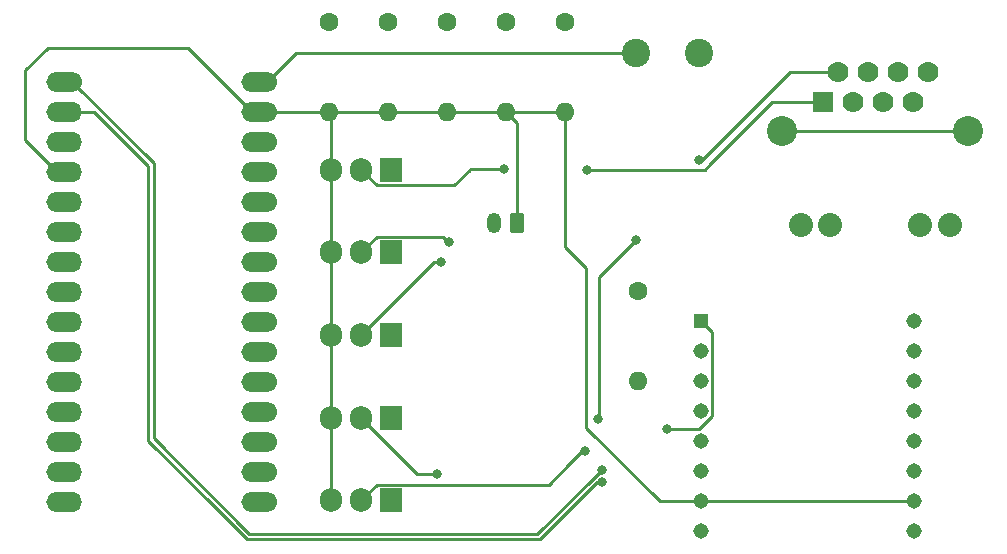
<source format=gbr>
%TF.GenerationSoftware,KiCad,Pcbnew,(6.0.6)*%
%TF.CreationDate,2022-06-23T08:54:45-07:00*%
%TF.ProjectId,KnightPCB,4b6e6967-6874-4504-9342-2e6b69636164,rev?*%
%TF.SameCoordinates,Original*%
%TF.FileFunction,Copper,L1,Top*%
%TF.FilePolarity,Positive*%
%FSLAX46Y46*%
G04 Gerber Fmt 4.6, Leading zero omitted, Abs format (unit mm)*
G04 Created by KiCad (PCBNEW (6.0.6)) date 2022-06-23 08:54:45*
%MOMM*%
%LPD*%
G01*
G04 APERTURE LIST*
G04 Aperture macros list*
%AMRoundRect*
0 Rectangle with rounded corners*
0 $1 Rounding radius*
0 $2 $3 $4 $5 $6 $7 $8 $9 X,Y pos of 4 corners*
0 Add a 4 corners polygon primitive as box body*
4,1,4,$2,$3,$4,$5,$6,$7,$8,$9,$2,$3,0*
0 Add four circle primitives for the rounded corners*
1,1,$1+$1,$2,$3*
1,1,$1+$1,$4,$5*
1,1,$1+$1,$6,$7*
1,1,$1+$1,$8,$9*
0 Add four rect primitives between the rounded corners*
20,1,$1+$1,$2,$3,$4,$5,0*
20,1,$1+$1,$4,$5,$6,$7,0*
20,1,$1+$1,$6,$7,$8,$9,0*
20,1,$1+$1,$8,$9,$2,$3,0*%
G04 Aperture macros list end*
%TA.AperFunction,ComponentPad*%
%ADD10C,1.600000*%
%TD*%
%TA.AperFunction,ComponentPad*%
%ADD11O,1.600000X1.600000*%
%TD*%
%TA.AperFunction,ComponentPad*%
%ADD12R,1.308000X1.308000*%
%TD*%
%TA.AperFunction,ComponentPad*%
%ADD13C,1.308000*%
%TD*%
%TA.AperFunction,ComponentPad*%
%ADD14R,1.905000X2.000000*%
%TD*%
%TA.AperFunction,ComponentPad*%
%ADD15O,1.905000X2.000000*%
%TD*%
%TA.AperFunction,ComponentPad*%
%ADD16R,1.778000X1.778000*%
%TD*%
%TA.AperFunction,ComponentPad*%
%ADD17C,1.778000*%
%TD*%
%TA.AperFunction,ComponentPad*%
%ADD18C,2.032000*%
%TD*%
%TA.AperFunction,ComponentPad*%
%ADD19C,2.540000*%
%TD*%
%TA.AperFunction,ComponentPad*%
%ADD20C,2.400000*%
%TD*%
%TA.AperFunction,ComponentPad*%
%ADD21C,1.700000*%
%TD*%
%TA.AperFunction,SMDPad,CuDef*%
%ADD22O,3.000000X1.700000*%
%TD*%
%TA.AperFunction,ComponentPad*%
%ADD23O,1.700000X1.700000*%
%TD*%
%TA.AperFunction,ComponentPad*%
%ADD24RoundRect,0.250000X0.350000X0.625000X-0.350000X0.625000X-0.350000X-0.625000X0.350000X-0.625000X0*%
%TD*%
%TA.AperFunction,ComponentPad*%
%ADD25O,1.200000X1.750000*%
%TD*%
%TA.AperFunction,ViaPad*%
%ADD26C,0.800000*%
%TD*%
%TA.AperFunction,Conductor*%
%ADD27C,0.250000*%
%TD*%
G04 APERTURE END LIST*
D10*
%TO.P,R10,1*%
%TO.N,Net-(R10-Pad1)*%
X107750000Y-59380000D03*
D11*
%TO.P,R10,2*%
%TO.N,Net-(A1-Pad16)*%
X107750000Y-67000000D03*
%TD*%
D10*
%TO.P,R2,1*%
%TO.N,Net-(A1-Pad23)*%
X96567500Y-36615000D03*
D11*
%TO.P,R2,2*%
%TO.N,GND*%
X96567500Y-44235000D03*
%TD*%
D12*
%TO.P,U1,1,VCC*%
%TO.N,Net-(A1-Pad2)*%
X113015500Y-61910000D03*
D13*
%TO.P,U1,2,RX*%
%TO.N,Net-(R10-Pad1)*%
X113015500Y-64450000D03*
%TO.P,U1,3,TX*%
%TO.N,Net-(A1-Pad17)*%
X113015500Y-66990000D03*
%TO.P,U1,4,DAC_R*%
%TO.N,unconnected-(U1-Pad4)*%
X113015500Y-69530000D03*
%TO.P,U1,5,DAC_L*%
%TO.N,unconnected-(U1-Pad5)*%
X113015500Y-72070000D03*
%TO.P,U1,6,SPK1*%
%TO.N,Net-(J1-Pad7)*%
X113015500Y-74610000D03*
%TO.P,U1,7,GND*%
%TO.N,GND*%
X113015500Y-77150000D03*
%TO.P,U1,8,SPK2*%
%TO.N,Net-(J1-Pad8)*%
X113015500Y-79690000D03*
%TO.P,U1,9,IO1*%
%TO.N,unconnected-(U1-Pad9)*%
X131049500Y-79690000D03*
%TO.P,U1,10,GND*%
%TO.N,GND*%
X131049500Y-77150000D03*
%TO.P,U1,11,IO2*%
%TO.N,unconnected-(U1-Pad11)*%
X131049500Y-74610000D03*
%TO.P,U1,12,ADKEY1*%
%TO.N,unconnected-(U1-Pad12)*%
X131049500Y-72070000D03*
%TO.P,U1,13,ADKEY2*%
%TO.N,unconnected-(U1-Pad13)*%
X131049500Y-69530000D03*
%TO.P,U1,14,USB+*%
%TO.N,unconnected-(U1-Pad14)*%
X131049500Y-66990000D03*
%TO.P,U1,15,USB-*%
%TO.N,unconnected-(U1-Pad15)*%
X131049500Y-64450000D03*
%TO.P,U1,16,BUSY*%
%TO.N,unconnected-(U1-Pad16)*%
X131049500Y-61910000D03*
%TD*%
D14*
%TO.P,Q1,1,G*%
%TO.N,Net-(A1-Pad24)*%
X86800000Y-77105000D03*
D15*
%TO.P,Q1,2,D*%
%TO.N,Net-(J1-Pad5)*%
X84260000Y-77105000D03*
%TO.P,Q1,3,S*%
%TO.N,GND*%
X81720000Y-77105000D03*
%TD*%
D10*
%TO.P,R3,1*%
%TO.N,Net-(A1-Pad22)*%
X91567500Y-36615000D03*
D11*
%TO.P,R3,2*%
%TO.N,GND*%
X91567500Y-44235000D03*
%TD*%
D10*
%TO.P,R4,1*%
%TO.N,Net-(A1-Pad21)*%
X86567500Y-36615000D03*
D11*
%TO.P,R4,2*%
%TO.N,GND*%
X86567500Y-44235000D03*
%TD*%
D16*
%TO.P,J1,1*%
%TO.N,Net-(J1-Pad1)*%
X123350000Y-43355000D03*
D17*
%TO.P,J1,2*%
%TO.N,Net-(J1-Pad2)*%
X124620000Y-40815000D03*
%TO.P,J1,3*%
%TO.N,Net-(J1-Pad3)*%
X125890000Y-43355000D03*
%TO.P,J1,4*%
%TO.N,Net-(J1-Pad4)*%
X127160000Y-40815000D03*
%TO.P,J1,5*%
%TO.N,Net-(J1-Pad5)*%
X128430000Y-43355000D03*
%TO.P,J1,6*%
%TO.N,Net-(A1-Pad15)*%
X129700000Y-40815000D03*
%TO.P,J1,7*%
%TO.N,Net-(J1-Pad7)*%
X130970000Y-43355000D03*
%TO.P,J1,8*%
%TO.N,Net-(J1-Pad8)*%
X132240000Y-40815000D03*
D18*
%TO.P,J1,9*%
%TO.N,unconnected-(J1-Pad9)*%
X134094200Y-53819800D03*
%TO.P,J1,10*%
%TO.N,unconnected-(J1-Pad10)*%
X131579600Y-53819800D03*
%TO.P,J1,11*%
%TO.N,unconnected-(J1-Pad11)*%
X123985000Y-53819800D03*
%TO.P,J1,12*%
%TO.N,unconnected-(J1-Pad12)*%
X121470400Y-53819800D03*
D19*
%TO.P,J1,SH*%
%TO.N,unconnected-(J1-PadSH)*%
X135669000Y-45818800D03*
X119921000Y-45818800D03*
%TD*%
D10*
%TO.P,R5,1*%
%TO.N,Net-(A1-Pad20)*%
X81567500Y-36615000D03*
D11*
%TO.P,R5,2*%
%TO.N,GND*%
X81567500Y-44235000D03*
%TD*%
D14*
%TO.P,Q5,1,G*%
%TO.N,Net-(A1-Pad20)*%
X86800000Y-49105000D03*
D15*
%TO.P,Q5,2,D*%
%TO.N,Net-(J1-Pad1)*%
X84260000Y-49105000D03*
%TO.P,Q5,3,S*%
%TO.N,GND*%
X81720000Y-49105000D03*
%TD*%
D14*
%TO.P,Q3,1,G*%
%TO.N,Net-(A1-Pad22)*%
X86800000Y-63105000D03*
D15*
%TO.P,Q3,2,D*%
%TO.N,Net-(J1-Pad3)*%
X84260000Y-63105000D03*
%TO.P,Q3,3,S*%
%TO.N,GND*%
X81720000Y-63105000D03*
%TD*%
D10*
%TO.P,R1,1*%
%TO.N,Net-(A1-Pad24)*%
X101567500Y-36615000D03*
D11*
%TO.P,R1,2*%
%TO.N,GND*%
X101567500Y-44235000D03*
%TD*%
D20*
%TO.P,SW1,1,A*%
%TO.N,+12V*%
X112850000Y-39200000D03*
%TO.P,SW1,2,B*%
%TO.N,Net-(A1-Pad15)*%
X107550000Y-39200000D03*
%TD*%
D21*
%TO.P,A1,1,D13~*%
%TO.N,unconnected-(A1-Pad1)*%
X76290000Y-77205000D03*
X75020000Y-77205000D03*
D22*
X75655000Y-77205000D03*
D23*
%TO.P,A1,2,+3V3*%
%TO.N,Net-(A1-Pad2)*%
X75020000Y-74665000D03*
D22*
X75655000Y-74665000D03*
D21*
X76290000Y-74665000D03*
D23*
%TO.P,A1,3,AREF*%
%TO.N,unconnected-(A1-Pad3)*%
X75020000Y-72125000D03*
D22*
X75655000Y-72125000D03*
D21*
X76290000Y-72125000D03*
D23*
%TO.P,A1,4,A0*%
%TO.N,unconnected-(A1-Pad4)*%
X75020000Y-69585000D03*
D21*
X76290000Y-69585000D03*
D22*
X75655000Y-69585000D03*
%TO.P,A1,5,A1*%
%TO.N,unconnected-(A1-Pad5)*%
X75655000Y-67045000D03*
D23*
X75020000Y-67045000D03*
D21*
X76290000Y-67045000D03*
D23*
%TO.P,A1,6,A2*%
%TO.N,unconnected-(A1-Pad6)*%
X75020000Y-64505000D03*
D21*
X76290000Y-64505000D03*
D22*
X75655000Y-64505000D03*
D23*
%TO.P,A1,7,A3*%
%TO.N,unconnected-(A1-Pad7)*%
X75020000Y-61965000D03*
D22*
X75655000Y-61965000D03*
D21*
X76290000Y-61965000D03*
D23*
%TO.P,A1,8,A4*%
%TO.N,unconnected-(A1-Pad8)*%
X75020000Y-59425000D03*
D21*
X76290000Y-59425000D03*
D22*
X75655000Y-59425000D03*
%TO.P,A1,9,A5*%
%TO.N,unconnected-(A1-Pad9)*%
X75655000Y-56885000D03*
D21*
X76290000Y-56885000D03*
D23*
X75020000Y-56885000D03*
%TO.P,A1,10,A6*%
%TO.N,unconnected-(A1-Pad10)*%
X75020000Y-54345000D03*
D22*
X75655000Y-54345000D03*
D21*
X76290000Y-54345000D03*
D23*
%TO.P,A1,11,A7*%
%TO.N,unconnected-(A1-Pad11)*%
X75020000Y-51805000D03*
D22*
X75655000Y-51805000D03*
D21*
X76290000Y-51805000D03*
%TO.P,A1,12,+5V*%
%TO.N,unconnected-(A1-Pad12)*%
X76290000Y-49265000D03*
D22*
X75655000Y-49265000D03*
D23*
X75020000Y-49265000D03*
%TO.P,A1,13,RESET*%
%TO.N,unconnected-(A1-Pad13)*%
X75020000Y-46725000D03*
D22*
X75655000Y-46725000D03*
D21*
X76290000Y-46725000D03*
D22*
%TO.P,A1,14,GND*%
%TO.N,GND*%
X75655000Y-44185000D03*
D23*
X75020000Y-44185000D03*
D21*
X76290000Y-44185000D03*
%TO.P,A1,15,VIN*%
%TO.N,Net-(A1-Pad15)*%
X76290000Y-41645000D03*
D23*
X75020000Y-41645000D03*
D22*
X75655000Y-41645000D03*
%TO.P,A1,16,TX*%
%TO.N,Net-(A1-Pad16)*%
X59145000Y-41645000D03*
D21*
X58510000Y-41645000D03*
X59780000Y-41645000D03*
%TO.P,A1,17,RX*%
%TO.N,Net-(A1-Pad17)*%
X58510000Y-44185000D03*
D22*
X59145000Y-44185000D03*
D23*
X59780000Y-44185000D03*
D22*
%TO.P,A1,18,RESET*%
%TO.N,unconnected-(A1-Pad18)*%
X59145000Y-46725000D03*
D21*
X58510000Y-46725000D03*
D23*
X59780000Y-46725000D03*
D21*
%TO.P,A1,19,GND*%
%TO.N,GND*%
X58510000Y-49265000D03*
D22*
X59145000Y-49265000D03*
D23*
X59780000Y-49265000D03*
D21*
%TO.P,A1,20,~D2*%
%TO.N,Net-(A1-Pad20)*%
X58510000Y-51805000D03*
D23*
X59780000Y-51805000D03*
D22*
X59145000Y-51805000D03*
D21*
%TO.P,A1,21,~D3*%
%TO.N,Net-(A1-Pad21)*%
X58510000Y-54345000D03*
D23*
X59780000Y-54345000D03*
D22*
X59145000Y-54345000D03*
%TO.P,A1,22,~D4*%
%TO.N,Net-(A1-Pad22)*%
X59145000Y-56885000D03*
D23*
X59780000Y-56885000D03*
D21*
X58510000Y-56885000D03*
D22*
%TO.P,A1,23,~D5*%
%TO.N,Net-(A1-Pad23)*%
X59145000Y-59425000D03*
D21*
X58510000Y-59425000D03*
D23*
X59780000Y-59425000D03*
D22*
%TO.P,A1,24,~D6*%
%TO.N,Net-(A1-Pad24)*%
X59145000Y-61965000D03*
D23*
X59780000Y-61965000D03*
D21*
X58510000Y-61965000D03*
%TO.P,A1,25,~D7*%
%TO.N,unconnected-(A1-Pad25)*%
X58510000Y-64505000D03*
D23*
X59780000Y-64505000D03*
D22*
X59145000Y-64505000D03*
D21*
%TO.P,A1,26,~D8*%
%TO.N,unconnected-(A1-Pad26)*%
X58510000Y-67045000D03*
D22*
X59145000Y-67045000D03*
D23*
X59780000Y-67045000D03*
%TO.P,A1,27,~D9*%
%TO.N,unconnected-(A1-Pad27)*%
X59780000Y-69585000D03*
D21*
X58510000Y-69585000D03*
D22*
X59145000Y-69585000D03*
%TO.P,A1,28,~D10*%
%TO.N,unconnected-(A1-Pad28)*%
X59145000Y-72125000D03*
D21*
X58510000Y-72125000D03*
D23*
X59780000Y-72125000D03*
D21*
%TO.P,A1,29,CIPI*%
%TO.N,unconnected-(A1-Pad29)*%
X58510000Y-74665000D03*
D23*
X59780000Y-74665000D03*
D22*
X59145000Y-74665000D03*
D23*
%TO.P,A1,30,CIPO*%
%TO.N,unconnected-(A1-Pad30)*%
X59780000Y-77205000D03*
D21*
X58510000Y-77205000D03*
D22*
X59145000Y-77205000D03*
%TD*%
D14*
%TO.P,Q4,1,G*%
%TO.N,Net-(A1-Pad21)*%
X86800000Y-56105000D03*
D15*
%TO.P,Q4,2,D*%
%TO.N,Net-(J1-Pad2)*%
X84260000Y-56105000D03*
%TO.P,Q4,3,S*%
%TO.N,GND*%
X81720000Y-56105000D03*
%TD*%
D14*
%TO.P,Q2,1,G*%
%TO.N,Net-(A1-Pad23)*%
X86800000Y-70105000D03*
D15*
%TO.P,Q2,2,D*%
%TO.N,Net-(J1-Pad4)*%
X84260000Y-70105000D03*
%TO.P,Q2,3,S*%
%TO.N,GND*%
X81720000Y-70105000D03*
%TD*%
D24*
%TO.P,J0+12v1,1,Pin_1*%
%TO.N,GND*%
X97500000Y-53600000D03*
D25*
%TO.P,J0+12v1,2,Pin_2*%
%TO.N,+12V*%
X95500000Y-53600000D03*
%TD*%
D26*
%TO.N,Net-(A1-Pad2)*%
X110150000Y-71050000D03*
%TO.N,Net-(A1-Pad16)*%
X104700000Y-74500000D03*
%TO.N,Net-(J1-Pad1)*%
X96350000Y-49074500D03*
X103400000Y-49100000D03*
%TO.N,Net-(J1-Pad2)*%
X112850000Y-48300000D03*
X91722746Y-55230649D03*
%TO.N,Net-(J1-Pad4)*%
X107500000Y-55050000D03*
X104300000Y-70250000D03*
X90700000Y-74900000D03*
%TO.N,Net-(A1-Pad17)*%
X104659064Y-75515535D03*
%TO.N,Net-(J1-Pad3)*%
X91000000Y-56900000D03*
%TO.N,Net-(J1-Pad5)*%
X103200000Y-72950000D03*
%TD*%
D27*
%TO.N,GND*%
X81720000Y-49105000D02*
X81720000Y-44387500D01*
X81720000Y-44387500D02*
X81567500Y-44235000D01*
%TO.N,Net-(A1-Pad2)*%
X113994500Y-69935516D02*
X113994500Y-62889000D01*
X110150000Y-71050000D02*
X112880016Y-71050000D01*
X112880016Y-71050000D02*
X113994500Y-69935516D01*
X113994500Y-62889000D02*
X113015500Y-61910000D01*
%TO.N,Net-(A1-Pad16)*%
X104650000Y-74500000D02*
X104700000Y-74500000D01*
X75550000Y-79950000D02*
X99200000Y-79950000D01*
X99200000Y-79950000D02*
X103950000Y-75200000D01*
X66700000Y-51950000D02*
X66700000Y-71850000D01*
X66700000Y-71850000D02*
X74800000Y-79950000D01*
X103950000Y-75200000D02*
X104650000Y-74500000D01*
X59780000Y-41645000D02*
X66700000Y-48565000D01*
X66700000Y-48565000D02*
X66700000Y-51950000D01*
X74800000Y-79950000D02*
X75550000Y-79950000D01*
%TO.N,Net-(A1-Pad15)*%
X75020000Y-41645000D02*
X75655000Y-41645000D01*
X75020000Y-41645000D02*
X76290000Y-41645000D01*
X107550000Y-39200000D02*
X78735000Y-39200000D01*
X78735000Y-39200000D02*
X76290000Y-41645000D01*
%TO.N,unconnected-(J1-PadSH)*%
X119921000Y-45818800D02*
X135669000Y-45818800D01*
%TO.N,GND*%
X91567500Y-44235000D02*
X96567500Y-44235000D01*
X86567500Y-44235000D02*
X91567500Y-44235000D01*
X81567500Y-44235000D02*
X86567500Y-44235000D01*
X101567500Y-44235000D02*
X101567500Y-55617500D01*
X97500000Y-53600000D02*
X97500000Y-45167500D01*
X81720000Y-77105000D02*
X81720000Y-70105000D01*
X81567500Y-44235000D02*
X76340000Y-44235000D01*
X55850000Y-46605000D02*
X55850000Y-40700000D01*
X103350000Y-57400000D02*
X103350000Y-70950000D01*
X81720000Y-70105000D02*
X81720000Y-63105000D01*
X69635000Y-38800000D02*
X75020000Y-44185000D01*
X58510000Y-49265000D02*
X55850000Y-46605000D01*
X81720000Y-63105000D02*
X81720000Y-56105000D01*
X57750000Y-38800000D02*
X69635000Y-38800000D01*
X96567500Y-44235000D02*
X101567500Y-44235000D01*
X97500000Y-45167500D02*
X96567500Y-44235000D01*
X109550000Y-77150000D02*
X113015500Y-77150000D01*
X76340000Y-44235000D02*
X76290000Y-44185000D01*
X81720000Y-56105000D02*
X81720000Y-49105000D01*
X76290000Y-44185000D02*
X75020000Y-44185000D01*
X55850000Y-40700000D02*
X57750000Y-38800000D01*
X113015500Y-77150000D02*
X131049500Y-77150000D01*
X101567500Y-55617500D02*
X103350000Y-57400000D01*
X103350000Y-70950000D02*
X109550000Y-77150000D01*
%TO.N,Net-(J1-Pad1)*%
X92120000Y-50430000D02*
X93450000Y-49100000D01*
X119095000Y-43355000D02*
X113800000Y-48650000D01*
X113800000Y-48650000D02*
X113350000Y-49100000D01*
X84260000Y-49105000D02*
X85585000Y-50430000D01*
X123350000Y-43355000D02*
X119095000Y-43355000D01*
X85585000Y-50430000D02*
X92120000Y-50430000D01*
X93450000Y-49100000D02*
X93475500Y-49074500D01*
X113350000Y-49100000D02*
X103400000Y-49100000D01*
X93475500Y-49074500D02*
X96350000Y-49074500D01*
%TO.N,Net-(J1-Pad2)*%
X120585000Y-40815000D02*
X114550000Y-46850000D01*
X124620000Y-40815000D02*
X120585000Y-40815000D01*
X91644046Y-55230649D02*
X91193397Y-54780000D01*
X114550000Y-46850000D02*
X113100000Y-48300000D01*
X113100000Y-48300000D02*
X112850000Y-48300000D01*
X85585000Y-54780000D02*
X84260000Y-56105000D01*
X91193397Y-54780000D02*
X85585000Y-54780000D01*
X91722746Y-55230649D02*
X91644046Y-55230649D01*
%TO.N,Net-(J1-Pad4)*%
X104400000Y-70150000D02*
X104300000Y-70250000D01*
X84260000Y-70167500D02*
X84260000Y-70105000D01*
X88992500Y-74900000D02*
X84260000Y-70167500D01*
X104400000Y-60950000D02*
X104400000Y-70150000D01*
X90700000Y-74900000D02*
X88992500Y-74900000D01*
X104400000Y-58150000D02*
X104400000Y-60950000D01*
X107500000Y-55050000D02*
X104400000Y-58150000D01*
%TO.N,Net-(A1-Pad17)*%
X59780000Y-44185000D02*
X61683604Y-44185000D01*
X61683604Y-44185000D02*
X65924302Y-48425698D01*
X102693198Y-77093198D02*
X104270861Y-75515535D01*
X71781802Y-77568198D02*
X74613604Y-80400000D01*
X74613604Y-80400000D02*
X89250000Y-80400000D01*
X66250000Y-66550000D02*
X66250000Y-72036396D01*
X66250000Y-72036396D02*
X71781802Y-77568198D01*
X99386396Y-80400000D02*
X102693198Y-77093198D01*
X66250000Y-48751396D02*
X66250000Y-66550000D01*
X89250000Y-80400000D02*
X99386396Y-80400000D01*
X65924302Y-48425698D02*
X66250000Y-48751396D01*
X104270861Y-75515535D02*
X104659064Y-75515535D01*
%TO.N,Net-(J1-Pad3)*%
X91000000Y-56900000D02*
X90465000Y-56900000D01*
X90465000Y-56900000D02*
X84260000Y-63105000D01*
%TO.N,Net-(J1-Pad5)*%
X101900000Y-74050000D02*
X103000000Y-72950000D01*
X85585000Y-75780000D02*
X100170000Y-75780000D01*
X100170000Y-75780000D02*
X101900000Y-74050000D01*
X84260000Y-77105000D02*
X85585000Y-75780000D01*
X103000000Y-72950000D02*
X103200000Y-72950000D01*
%TD*%
M02*

</source>
